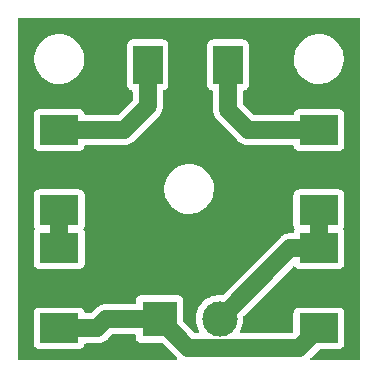
<source format=gtl>
G04 #@! TF.GenerationSoftware,KiCad,Pcbnew,6.0.9-8da3e8f707~116~ubuntu20.04.1*
G04 #@! TF.CreationDate,2023-03-26T14:22:57+00:00*
G04 #@! TF.ProjectId,LEC001021,4c454330-3031-4303-9231-2e6b69636164,rev?*
G04 #@! TF.SameCoordinates,Original*
G04 #@! TF.FileFunction,Copper,L1,Top*
G04 #@! TF.FilePolarity,Positive*
%FSLAX46Y46*%
G04 Gerber Fmt 4.6, Leading zero omitted, Abs format (unit mm)*
G04 Created by KiCad (PCBNEW 6.0.9-8da3e8f707~116~ubuntu20.04.1) date 2023-03-26 14:22:57*
%MOMM*%
%LPD*%
G01*
G04 APERTURE LIST*
G04 #@! TA.AperFunction,ComponentPad*
%ADD10R,3.000000X3.000000*%
G04 #@! TD*
G04 #@! TA.AperFunction,ComponentPad*
%ADD11C,3.000000*%
G04 #@! TD*
G04 #@! TA.AperFunction,SMDPad,CuDef*
%ADD12R,3.300000X2.500000*%
G04 #@! TD*
G04 #@! TA.AperFunction,SMDPad,CuDef*
%ADD13R,2.500000X3.300000*%
G04 #@! TD*
G04 #@! TA.AperFunction,Conductor*
%ADD14C,1.500000*%
G04 #@! TD*
G04 APERTURE END LIST*
D10*
G04 #@! TO.P,J1,1,Pin_1*
G04 #@! TO.N,Net-(D1-Pad1)*
X12500000Y-26000000D03*
D11*
G04 #@! TO.P,J1,2,Pin_2*
G04 #@! TO.N,Net-(D3-Pad1)*
X17580000Y-26000000D03*
G04 #@! TD*
D12*
G04 #@! TO.P,D1,1,K*
G04 #@! TO.N,Net-(D1-Pad1)*
X4000000Y-26800000D03*
G04 #@! TO.P,D1,2,A*
G04 #@! TO.N,Net-(D1-Pad2)*
X4000000Y-20000000D03*
G04 #@! TD*
G04 #@! TO.P,D2,1,K*
G04 #@! TO.N,Net-(D1-Pad2)*
X4000000Y-16800000D03*
G04 #@! TO.P,D2,2,A*
G04 #@! TO.N,Net-(D2-Pad2)*
X4000000Y-10000000D03*
G04 #@! TD*
D13*
G04 #@! TO.P,D4,1,K*
G04 #@! TO.N,Net-(D2-Pad2)*
X11500000Y-4500000D03*
G04 #@! TO.P,D4,2,A*
G04 #@! TO.N,Net-(D4-Pad2)*
X18300000Y-4500000D03*
G04 #@! TD*
D12*
G04 #@! TO.P,D5,1,K*
G04 #@! TO.N,Net-(D4-Pad2)*
X26000000Y-10000000D03*
G04 #@! TO.P,D5,2,A*
G04 #@! TO.N,Net-(D3-Pad1)*
X26000000Y-16800000D03*
G04 #@! TD*
G04 #@! TO.P,D3,1,K*
G04 #@! TO.N,Net-(D3-Pad1)*
X26000000Y-20000000D03*
G04 #@! TO.P,D3,2,A*
G04 #@! TO.N,Net-(D1-Pad1)*
X26000000Y-26800000D03*
G04 #@! TD*
D14*
G04 #@! TO.N,Net-(D1-Pad2)*
X4000000Y-16800000D02*
X4000000Y-20000000D01*
G04 #@! TO.N,Net-(D1-Pad1)*
X7200000Y-26800000D02*
X4000000Y-26800000D01*
X12500000Y-26000000D02*
X8000000Y-26000000D01*
X8000000Y-26000000D02*
X7200000Y-26800000D01*
X14950001Y-28450001D02*
X24349999Y-28450001D01*
X24349999Y-28450001D02*
X26000000Y-26800000D01*
X12500000Y-26000000D02*
X14950001Y-28450001D01*
G04 #@! TO.N,Net-(D2-Pad2)*
X9500000Y-10000000D02*
X11500000Y-8000000D01*
X4000000Y-10000000D02*
X9500000Y-10000000D01*
X11500000Y-8000000D02*
X11500000Y-4500000D01*
G04 #@! TO.N,Net-(D4-Pad2)*
X18300000Y-8300000D02*
X18300000Y-4500000D01*
X26000000Y-10000000D02*
X20000000Y-10000000D01*
X20000000Y-10000000D02*
X18300000Y-8300000D01*
G04 #@! TO.N,Net-(D3-Pad1)*
X17580000Y-26000000D02*
X23080000Y-20500000D01*
X26000000Y-20000000D02*
X23580000Y-20000000D01*
X23580000Y-20000000D02*
X23080000Y-20500000D01*
X26000000Y-16800000D02*
X26000000Y-20000000D01*
G04 #@! TD*
G04 #@! TA.AperFunction,NonConductor*
G36*
X29434121Y-528002D02*
G01*
X29480614Y-581658D01*
X29492000Y-634000D01*
X29492000Y-29366000D01*
X29471998Y-29434121D01*
X29418342Y-29480614D01*
X29366000Y-29492000D01*
X25391977Y-29492000D01*
X25323856Y-29471998D01*
X25277363Y-29418342D01*
X25267259Y-29348068D01*
X25296753Y-29283488D01*
X25302882Y-29276905D01*
X25984382Y-28595405D01*
X26046694Y-28561379D01*
X26073477Y-28558500D01*
X27698134Y-28558500D01*
X27760316Y-28551745D01*
X27896705Y-28500615D01*
X28013261Y-28413261D01*
X28100615Y-28296705D01*
X28151745Y-28160316D01*
X28158500Y-28098134D01*
X28158500Y-25501866D01*
X28151745Y-25439684D01*
X28100615Y-25303295D01*
X28013261Y-25186739D01*
X27896705Y-25099385D01*
X27760316Y-25048255D01*
X27698134Y-25041500D01*
X24301866Y-25041500D01*
X24239684Y-25048255D01*
X24103295Y-25099385D01*
X23986739Y-25186739D01*
X23899385Y-25303295D01*
X23848255Y-25439684D01*
X23841500Y-25501866D01*
X23841500Y-27065501D01*
X23821498Y-27133622D01*
X23767842Y-27180115D01*
X23715500Y-27191501D01*
X19430349Y-27191501D01*
X19362228Y-27171499D01*
X19315735Y-27117843D01*
X19305631Y-27047569D01*
X19319618Y-27005379D01*
X19408418Y-26841830D01*
X19408419Y-26841828D01*
X19410468Y-26838054D01*
X19507269Y-26581877D01*
X19568407Y-26314933D01*
X19572809Y-26265617D01*
X19592531Y-26044627D01*
X19592531Y-26044625D01*
X19592751Y-26042161D01*
X19593193Y-26000000D01*
X19582193Y-25838645D01*
X19597515Y-25769322D01*
X19618806Y-25740981D01*
X23781070Y-21578718D01*
X23843382Y-21544692D01*
X23914198Y-21549757D01*
X23970991Y-21592248D01*
X23986739Y-21613261D01*
X24103295Y-21700615D01*
X24239684Y-21751745D01*
X24301866Y-21758500D01*
X27698134Y-21758500D01*
X27760316Y-21751745D01*
X27896705Y-21700615D01*
X28013261Y-21613261D01*
X28100615Y-21496705D01*
X28151745Y-21360316D01*
X28158500Y-21298134D01*
X28158500Y-18701866D01*
X28151745Y-18639684D01*
X28100615Y-18503295D01*
X28079832Y-18475564D01*
X28054985Y-18409057D01*
X28070039Y-18339675D01*
X28079832Y-18324436D01*
X28095229Y-18303891D01*
X28100615Y-18296705D01*
X28151745Y-18160316D01*
X28158500Y-18098134D01*
X28158500Y-15501866D01*
X28151745Y-15439684D01*
X28100615Y-15303295D01*
X28013261Y-15186739D01*
X27896705Y-15099385D01*
X27760316Y-15048255D01*
X27698134Y-15041500D01*
X24301866Y-15041500D01*
X24239684Y-15048255D01*
X24103295Y-15099385D01*
X23986739Y-15186739D01*
X23899385Y-15303295D01*
X23848255Y-15439684D01*
X23841500Y-15501866D01*
X23841500Y-18098134D01*
X23848255Y-18160316D01*
X23899385Y-18296705D01*
X23904771Y-18303891D01*
X23920168Y-18324436D01*
X23945015Y-18390943D01*
X23929961Y-18460325D01*
X23920168Y-18475564D01*
X23899385Y-18503295D01*
X23896233Y-18511703D01*
X23851029Y-18632285D01*
X23848255Y-18639684D01*
X23847628Y-18645453D01*
X23812874Y-18706291D01*
X23749919Y-18739113D01*
X23725507Y-18741500D01*
X23671396Y-18741500D01*
X23654949Y-18740422D01*
X23654270Y-18740333D01*
X23632914Y-18737521D01*
X23627314Y-18737785D01*
X23627313Y-18737785D01*
X23551504Y-18741360D01*
X23545569Y-18741500D01*
X23523001Y-18741500D01*
X23520218Y-18741748D01*
X23520204Y-18741749D01*
X23497023Y-18743818D01*
X23491760Y-18744177D01*
X23462342Y-18745564D01*
X23408512Y-18748103D01*
X23391023Y-18752108D01*
X23374104Y-18754788D01*
X23369618Y-18755189D01*
X23356238Y-18756383D01*
X23350830Y-18757862D01*
X23350827Y-18757863D01*
X23275870Y-18778369D01*
X23270752Y-18779655D01*
X23213946Y-18792666D01*
X23189530Y-18798258D01*
X23173037Y-18805293D01*
X23156855Y-18810928D01*
X23144967Y-18814180D01*
X23144958Y-18814183D01*
X23139549Y-18815663D01*
X23134486Y-18818078D01*
X23134475Y-18818082D01*
X23064343Y-18851534D01*
X23059542Y-18853702D01*
X22982892Y-18886396D01*
X22978204Y-18889475D01*
X22978203Y-18889476D01*
X22967900Y-18896244D01*
X22952971Y-18904656D01*
X22936782Y-18912378D01*
X22932226Y-18915652D01*
X22932224Y-18915653D01*
X22869122Y-18960997D01*
X22864771Y-18963987D01*
X22798992Y-19007195D01*
X22798987Y-19007199D01*
X22795126Y-19009735D01*
X22791675Y-19012810D01*
X22774346Y-19028249D01*
X22764055Y-19036494D01*
X22758907Y-19040193D01*
X22758903Y-19040197D01*
X22754346Y-19043471D01*
X22750439Y-19047503D01*
X22679968Y-19120223D01*
X22678579Y-19121633D01*
X17842482Y-23957730D01*
X17780170Y-23991756D01*
X17735640Y-23993379D01*
X17731698Y-23992818D01*
X17731689Y-23992817D01*
X17727443Y-23992213D01*
X17583589Y-23991460D01*
X17457877Y-23990802D01*
X17457871Y-23990802D01*
X17453591Y-23990780D01*
X17449347Y-23991339D01*
X17449343Y-23991339D01*
X17330302Y-24007011D01*
X17182078Y-24026525D01*
X16917928Y-24098788D01*
X16913980Y-24100472D01*
X16669982Y-24204546D01*
X16669978Y-24204548D01*
X16666030Y-24206232D01*
X16599400Y-24246109D01*
X16434725Y-24344664D01*
X16434721Y-24344667D01*
X16431043Y-24346868D01*
X16217318Y-24518094D01*
X16214371Y-24521200D01*
X16060239Y-24683621D01*
X16028808Y-24716742D01*
X15869002Y-24939136D01*
X15740857Y-25181161D01*
X15739385Y-25185184D01*
X15739383Y-25185188D01*
X15696162Y-25303295D01*
X15646743Y-25438337D01*
X15588404Y-25705907D01*
X15566917Y-25978918D01*
X15582682Y-26252320D01*
X15583507Y-26256525D01*
X15583508Y-26256533D01*
X15594127Y-26310657D01*
X15635405Y-26521053D01*
X15636792Y-26525103D01*
X15636793Y-26525108D01*
X15657605Y-26585895D01*
X15724112Y-26780144D01*
X15726039Y-26783975D01*
X15839157Y-27008887D01*
X15851895Y-27078732D01*
X15824851Y-27144375D01*
X15766610Y-27184977D01*
X15726592Y-27191501D01*
X15523479Y-27191501D01*
X15455358Y-27171499D01*
X15434384Y-27154596D01*
X14545405Y-26265617D01*
X14511379Y-26203305D01*
X14508500Y-26176522D01*
X14508500Y-24451866D01*
X14501745Y-24389684D01*
X14450615Y-24253295D01*
X14363261Y-24136739D01*
X14246705Y-24049385D01*
X14110316Y-23998255D01*
X14048134Y-23991500D01*
X10951866Y-23991500D01*
X10889684Y-23998255D01*
X10753295Y-24049385D01*
X10636739Y-24136739D01*
X10549385Y-24253295D01*
X10498255Y-24389684D01*
X10491500Y-24451866D01*
X10491500Y-24615500D01*
X10471498Y-24683621D01*
X10417842Y-24730114D01*
X10365500Y-24741500D01*
X8091396Y-24741500D01*
X8074949Y-24740422D01*
X8074270Y-24740333D01*
X8052914Y-24737521D01*
X8047314Y-24737785D01*
X8047313Y-24737785D01*
X7971504Y-24741360D01*
X7965569Y-24741500D01*
X7943001Y-24741500D01*
X7940218Y-24741748D01*
X7940204Y-24741749D01*
X7917023Y-24743818D01*
X7911760Y-24744177D01*
X7882342Y-24745564D01*
X7828512Y-24748103D01*
X7811023Y-24752108D01*
X7794104Y-24754788D01*
X7789618Y-24755189D01*
X7776238Y-24756383D01*
X7770830Y-24757862D01*
X7770827Y-24757863D01*
X7695870Y-24778369D01*
X7690752Y-24779655D01*
X7615000Y-24797005D01*
X7614998Y-24797006D01*
X7609530Y-24798258D01*
X7599030Y-24802737D01*
X7593033Y-24805294D01*
X7576858Y-24810927D01*
X7570806Y-24812583D01*
X7559549Y-24815663D01*
X7554494Y-24818074D01*
X7554489Y-24818076D01*
X7484317Y-24851546D01*
X7479508Y-24853717D01*
X7408053Y-24884195D01*
X7408047Y-24884198D01*
X7402892Y-24886397D01*
X7387902Y-24896244D01*
X7372974Y-24904655D01*
X7356782Y-24912378D01*
X7352229Y-24915650D01*
X7352225Y-24915652D01*
X7289103Y-24961010D01*
X7284753Y-24963999D01*
X7215126Y-25009735D01*
X7194338Y-25028257D01*
X7184061Y-25036490D01*
X7174346Y-25043471D01*
X7170444Y-25047498D01*
X7099970Y-25120221D01*
X7098581Y-25121632D01*
X6715616Y-25504596D01*
X6653304Y-25538621D01*
X6626521Y-25541500D01*
X6274493Y-25541500D01*
X6206372Y-25521498D01*
X6159879Y-25467842D01*
X6152457Y-25446237D01*
X6151745Y-25439684D01*
X6148972Y-25432285D01*
X6103767Y-25311703D01*
X6100615Y-25303295D01*
X6013261Y-25186739D01*
X5896705Y-25099385D01*
X5760316Y-25048255D01*
X5698134Y-25041500D01*
X2301866Y-25041500D01*
X2239684Y-25048255D01*
X2103295Y-25099385D01*
X1986739Y-25186739D01*
X1899385Y-25303295D01*
X1848255Y-25439684D01*
X1841500Y-25501866D01*
X1841500Y-28098134D01*
X1848255Y-28160316D01*
X1899385Y-28296705D01*
X1986739Y-28413261D01*
X2103295Y-28500615D01*
X2239684Y-28551745D01*
X2301866Y-28558500D01*
X5698134Y-28558500D01*
X5760316Y-28551745D01*
X5896705Y-28500615D01*
X6013261Y-28413261D01*
X6100615Y-28296705D01*
X6106120Y-28282022D01*
X6148972Y-28167714D01*
X6148973Y-28167711D01*
X6151745Y-28160316D01*
X6152372Y-28154547D01*
X6187126Y-28093709D01*
X6250081Y-28060887D01*
X6274493Y-28058500D01*
X7108604Y-28058500D01*
X7125051Y-28059578D01*
X7141516Y-28061746D01*
X7141520Y-28061746D01*
X7147086Y-28062479D01*
X7228489Y-28058640D01*
X7234424Y-28058500D01*
X7256999Y-28058500D01*
X7282989Y-28056181D01*
X7288248Y-28055822D01*
X7371488Y-28051896D01*
X7376947Y-28050646D01*
X7376952Y-28050645D01*
X7388970Y-28047892D01*
X7405899Y-28045211D01*
X7423762Y-28043617D01*
X7429178Y-28042135D01*
X7429180Y-28042135D01*
X7504133Y-28021630D01*
X7509251Y-28020344D01*
X7585000Y-28002995D01*
X7585002Y-28002994D01*
X7590470Y-28001742D01*
X7600970Y-27997263D01*
X7606967Y-27994706D01*
X7623142Y-27989073D01*
X7635039Y-27985818D01*
X7635043Y-27985817D01*
X7640451Y-27984337D01*
X7673192Y-27968720D01*
X7715667Y-27948461D01*
X7720476Y-27946290D01*
X7791949Y-27915804D01*
X7791950Y-27915804D01*
X7797109Y-27913603D01*
X7812110Y-27903749D01*
X7827025Y-27895346D01*
X7843218Y-27887622D01*
X7847769Y-27884352D01*
X7847772Y-27884350D01*
X7910881Y-27839001D01*
X7915232Y-27836011D01*
X7981010Y-27792804D01*
X7981018Y-27792798D01*
X7984874Y-27790265D01*
X8005662Y-27771743D01*
X8015939Y-27763510D01*
X8025654Y-27756529D01*
X8100063Y-27679745D01*
X8101452Y-27678335D01*
X8484382Y-27295405D01*
X8546694Y-27261379D01*
X8573477Y-27258500D01*
X10365500Y-27258500D01*
X10433621Y-27278502D01*
X10480114Y-27332158D01*
X10491500Y-27384500D01*
X10491500Y-27548134D01*
X10498255Y-27610316D01*
X10549385Y-27746705D01*
X10636739Y-27863261D01*
X10753295Y-27950615D01*
X10889684Y-28001745D01*
X10951866Y-28008500D01*
X12676523Y-28008500D01*
X12744644Y-28028502D01*
X12765618Y-28045405D01*
X13995476Y-29275264D01*
X14006349Y-29287662D01*
X14007608Y-29289303D01*
X14033204Y-29355525D01*
X14018934Y-29425073D01*
X13969329Y-29475865D01*
X13907640Y-29492000D01*
X634000Y-29492000D01*
X565879Y-29471998D01*
X519386Y-29418342D01*
X508000Y-29366000D01*
X508000Y-21298134D01*
X1841500Y-21298134D01*
X1848255Y-21360316D01*
X1899385Y-21496705D01*
X1986739Y-21613261D01*
X2103295Y-21700615D01*
X2239684Y-21751745D01*
X2301866Y-21758500D01*
X5698134Y-21758500D01*
X5760316Y-21751745D01*
X5896705Y-21700615D01*
X6013261Y-21613261D01*
X6100615Y-21496705D01*
X6151745Y-21360316D01*
X6158500Y-21298134D01*
X6158500Y-18701866D01*
X6151745Y-18639684D01*
X6100615Y-18503295D01*
X6079832Y-18475564D01*
X6054985Y-18409057D01*
X6070039Y-18339675D01*
X6079832Y-18324436D01*
X6095229Y-18303891D01*
X6100615Y-18296705D01*
X6151745Y-18160316D01*
X6158500Y-18098134D01*
X6158500Y-15501866D01*
X6151745Y-15439684D01*
X6100615Y-15303295D01*
X6013261Y-15186739D01*
X5941161Y-15132703D01*
X12890743Y-15132703D01*
X12891302Y-15136947D01*
X12891302Y-15136951D01*
X12897857Y-15186739D01*
X12928268Y-15417734D01*
X13004129Y-15695036D01*
X13116923Y-15959476D01*
X13264561Y-16206161D01*
X13444313Y-16430528D01*
X13652851Y-16628423D01*
X13886317Y-16796186D01*
X13890112Y-16798195D01*
X13890113Y-16798196D01*
X13911869Y-16809715D01*
X14140392Y-16930712D01*
X14410373Y-17029511D01*
X14691264Y-17090755D01*
X14719841Y-17093004D01*
X14914282Y-17108307D01*
X14914291Y-17108307D01*
X14916739Y-17108500D01*
X15072271Y-17108500D01*
X15074407Y-17108354D01*
X15074418Y-17108354D01*
X15282548Y-17094165D01*
X15282554Y-17094164D01*
X15286825Y-17093873D01*
X15291020Y-17093004D01*
X15291022Y-17093004D01*
X15427584Y-17064723D01*
X15568342Y-17035574D01*
X15839343Y-16939607D01*
X16094812Y-16807750D01*
X16098313Y-16805289D01*
X16098317Y-16805287D01*
X16212418Y-16725095D01*
X16330023Y-16642441D01*
X16540622Y-16446740D01*
X16722713Y-16224268D01*
X16872927Y-15979142D01*
X16988483Y-15715898D01*
X17067244Y-15439406D01*
X17107751Y-15154784D01*
X17107845Y-15136951D01*
X17109235Y-14871583D01*
X17109235Y-14871576D01*
X17109257Y-14867297D01*
X17071732Y-14582266D01*
X16995871Y-14304964D01*
X16883077Y-14040524D01*
X16735439Y-13793839D01*
X16555687Y-13569472D01*
X16347149Y-13371577D01*
X16113683Y-13203814D01*
X16091843Y-13192250D01*
X16068654Y-13179972D01*
X15859608Y-13069288D01*
X15589627Y-12970489D01*
X15308736Y-12909245D01*
X15277685Y-12906801D01*
X15085718Y-12891693D01*
X15085709Y-12891693D01*
X15083261Y-12891500D01*
X14927729Y-12891500D01*
X14925593Y-12891646D01*
X14925582Y-12891646D01*
X14717452Y-12905835D01*
X14717446Y-12905836D01*
X14713175Y-12906127D01*
X14708980Y-12906996D01*
X14708978Y-12906996D01*
X14572417Y-12935276D01*
X14431658Y-12964426D01*
X14160657Y-13060393D01*
X13905188Y-13192250D01*
X13901687Y-13194711D01*
X13901683Y-13194713D01*
X13891594Y-13201804D01*
X13669977Y-13357559D01*
X13459378Y-13553260D01*
X13277287Y-13775732D01*
X13127073Y-14020858D01*
X13011517Y-14284102D01*
X12932756Y-14560594D01*
X12892249Y-14845216D01*
X12892227Y-14849505D01*
X12892226Y-14849512D01*
X12890889Y-15104771D01*
X12890743Y-15132703D01*
X5941161Y-15132703D01*
X5896705Y-15099385D01*
X5760316Y-15048255D01*
X5698134Y-15041500D01*
X2301866Y-15041500D01*
X2239684Y-15048255D01*
X2103295Y-15099385D01*
X1986739Y-15186739D01*
X1899385Y-15303295D01*
X1848255Y-15439684D01*
X1841500Y-15501866D01*
X1841500Y-18098134D01*
X1848255Y-18160316D01*
X1899385Y-18296705D01*
X1904771Y-18303891D01*
X1920168Y-18324436D01*
X1945015Y-18390943D01*
X1929961Y-18460325D01*
X1920168Y-18475564D01*
X1899385Y-18503295D01*
X1848255Y-18639684D01*
X1841500Y-18701866D01*
X1841500Y-21298134D01*
X508000Y-21298134D01*
X508000Y-11298134D01*
X1841500Y-11298134D01*
X1848255Y-11360316D01*
X1899385Y-11496705D01*
X1986739Y-11613261D01*
X2103295Y-11700615D01*
X2239684Y-11751745D01*
X2301866Y-11758500D01*
X5698134Y-11758500D01*
X5760316Y-11751745D01*
X5896705Y-11700615D01*
X6013261Y-11613261D01*
X6100615Y-11496705D01*
X6106120Y-11482022D01*
X6148972Y-11367714D01*
X6148973Y-11367711D01*
X6151745Y-11360316D01*
X6152372Y-11354547D01*
X6187126Y-11293709D01*
X6250081Y-11260887D01*
X6274493Y-11258500D01*
X9408604Y-11258500D01*
X9425051Y-11259578D01*
X9441516Y-11261746D01*
X9441520Y-11261746D01*
X9447086Y-11262479D01*
X9528489Y-11258640D01*
X9534424Y-11258500D01*
X9556999Y-11258500D01*
X9582989Y-11256181D01*
X9588248Y-11255822D01*
X9671488Y-11251896D01*
X9676947Y-11250646D01*
X9676952Y-11250645D01*
X9688970Y-11247892D01*
X9705899Y-11245211D01*
X9723762Y-11243617D01*
X9729178Y-11242135D01*
X9729180Y-11242135D01*
X9804133Y-11221630D01*
X9809251Y-11220344D01*
X9885000Y-11202995D01*
X9885002Y-11202994D01*
X9890470Y-11201742D01*
X9900970Y-11197263D01*
X9906967Y-11194706D01*
X9923142Y-11189073D01*
X9935039Y-11185818D01*
X9935043Y-11185817D01*
X9940451Y-11184337D01*
X10010826Y-11150770D01*
X10015667Y-11148461D01*
X10020476Y-11146290D01*
X10091949Y-11115804D01*
X10091950Y-11115804D01*
X10097109Y-11113603D01*
X10112110Y-11103749D01*
X10127025Y-11095346D01*
X10143218Y-11087622D01*
X10147769Y-11084352D01*
X10147772Y-11084350D01*
X10180996Y-11060476D01*
X10210892Y-11038994D01*
X10215232Y-11036011D01*
X10281010Y-10992804D01*
X10281018Y-10992798D01*
X10284874Y-10990265D01*
X10305662Y-10971743D01*
X10315939Y-10963510D01*
X10325654Y-10956529D01*
X10400062Y-10879746D01*
X10401451Y-10878336D01*
X12325263Y-8954525D01*
X12337654Y-8943657D01*
X12350848Y-8933533D01*
X12355292Y-8930123D01*
X12410158Y-8869826D01*
X12414257Y-8865531D01*
X12430198Y-8849590D01*
X12431995Y-8847441D01*
X12446932Y-8829577D01*
X12450400Y-8825602D01*
X12502712Y-8768112D01*
X12502719Y-8768103D01*
X12506485Y-8763964D01*
X12516014Y-8748773D01*
X12526089Y-8734907D01*
X12533996Y-8725451D01*
X12534003Y-8725441D01*
X12537594Y-8721146D01*
X12578887Y-8648752D01*
X12581592Y-8644232D01*
X12589087Y-8632285D01*
X12625864Y-8573656D01*
X12632552Y-8557021D01*
X12640012Y-8541589D01*
X12646120Y-8530881D01*
X12646124Y-8530872D01*
X12648899Y-8526007D01*
X12650768Y-8520730D01*
X12650770Y-8520725D01*
X12676715Y-8447458D01*
X12678580Y-8442522D01*
X12707566Y-8370416D01*
X12709656Y-8365217D01*
X12713294Y-8347650D01*
X12717899Y-8331156D01*
X12723889Y-8314241D01*
X12737359Y-8231990D01*
X12738319Y-8226811D01*
X12738684Y-8225051D01*
X12755213Y-8145233D01*
X12756815Y-8117452D01*
X12758262Y-8104347D01*
X12759286Y-8098090D01*
X12759286Y-8098086D01*
X12760194Y-8092543D01*
X12758516Y-7985736D01*
X12758500Y-7983757D01*
X12758500Y-6774493D01*
X12778502Y-6706372D01*
X12832158Y-6659879D01*
X12853763Y-6652457D01*
X12860316Y-6651745D01*
X12867711Y-6648973D01*
X12867714Y-6648972D01*
X12988297Y-6603767D01*
X12996705Y-6600615D01*
X13113261Y-6513261D01*
X13200615Y-6396705D01*
X13251745Y-6260316D01*
X13258500Y-6198134D01*
X16541500Y-6198134D01*
X16548255Y-6260316D01*
X16599385Y-6396705D01*
X16686739Y-6513261D01*
X16803295Y-6600615D01*
X16811703Y-6603767D01*
X16932286Y-6648972D01*
X16932289Y-6648973D01*
X16939684Y-6651745D01*
X16945453Y-6652372D01*
X17006291Y-6687126D01*
X17039113Y-6750081D01*
X17041500Y-6774493D01*
X17041500Y-8208604D01*
X17040422Y-8225051D01*
X17037521Y-8247086D01*
X17040427Y-8308702D01*
X17041360Y-8328488D01*
X17041500Y-8334424D01*
X17041500Y-8356999D01*
X17042697Y-8370416D01*
X17043819Y-8382988D01*
X17044178Y-8388248D01*
X17048104Y-8471488D01*
X17049354Y-8476947D01*
X17049355Y-8476952D01*
X17052108Y-8488970D01*
X17054789Y-8505899D01*
X17056383Y-8523762D01*
X17057865Y-8529178D01*
X17057865Y-8529180D01*
X17078370Y-8604133D01*
X17079656Y-8609251D01*
X17088426Y-8647540D01*
X17098258Y-8690470D01*
X17100460Y-8695632D01*
X17105294Y-8706967D01*
X17110927Y-8723142D01*
X17115663Y-8740451D01*
X17118079Y-8745516D01*
X17151539Y-8815667D01*
X17153710Y-8820476D01*
X17157592Y-8829577D01*
X17186397Y-8897109D01*
X17196251Y-8912110D01*
X17204654Y-8927025D01*
X17212378Y-8943218D01*
X17215648Y-8947769D01*
X17215650Y-8947772D01*
X17260999Y-9010881D01*
X17263989Y-9015232D01*
X17307196Y-9081010D01*
X17307202Y-9081018D01*
X17309735Y-9084874D01*
X17328257Y-9105662D01*
X17336490Y-9115939D01*
X17343471Y-9125654D01*
X17347498Y-9129556D01*
X17420254Y-9200062D01*
X17421664Y-9201451D01*
X19045475Y-10825263D01*
X19056342Y-10837653D01*
X19069877Y-10855292D01*
X19096752Y-10879746D01*
X19130174Y-10910158D01*
X19134469Y-10914257D01*
X19150410Y-10930198D01*
X19152557Y-10931993D01*
X19152559Y-10931995D01*
X19170423Y-10946932D01*
X19174398Y-10950400D01*
X19231888Y-11002712D01*
X19231897Y-11002719D01*
X19236036Y-11006485D01*
X19240782Y-11009462D01*
X19240783Y-11009463D01*
X19251225Y-11016013D01*
X19265093Y-11026089D01*
X19274549Y-11033996D01*
X19274559Y-11034003D01*
X19278854Y-11037594D01*
X19351240Y-11078882D01*
X19355759Y-11081587D01*
X19369227Y-11090035D01*
X19421596Y-11122886D01*
X19421599Y-11122888D01*
X19426344Y-11125864D01*
X19431549Y-11127957D01*
X19431552Y-11127958D01*
X19442979Y-11132552D01*
X19458411Y-11140012D01*
X19469119Y-11146120D01*
X19469128Y-11146124D01*
X19473993Y-11148899D01*
X19479270Y-11150768D01*
X19479275Y-11150770D01*
X19552542Y-11176715D01*
X19557478Y-11178580D01*
X19583581Y-11189073D01*
X19634783Y-11209656D01*
X19640270Y-11210792D01*
X19640272Y-11210793D01*
X19652349Y-11213294D01*
X19668844Y-11217899D01*
X19685759Y-11223889D01*
X19768010Y-11237359D01*
X19773180Y-11238317D01*
X19801181Y-11244116D01*
X19838750Y-11251896D01*
X19854767Y-11255213D01*
X19859379Y-11255479D01*
X19859380Y-11255479D01*
X19882548Y-11256815D01*
X19895653Y-11258262D01*
X19901910Y-11259286D01*
X19901914Y-11259286D01*
X19907457Y-11260194D01*
X19913070Y-11260106D01*
X19913072Y-11260106D01*
X20014264Y-11258516D01*
X20016243Y-11258500D01*
X23725507Y-11258500D01*
X23793628Y-11278502D01*
X23840121Y-11332158D01*
X23847543Y-11353763D01*
X23848255Y-11360316D01*
X23851027Y-11367711D01*
X23851028Y-11367714D01*
X23893880Y-11482022D01*
X23899385Y-11496705D01*
X23986739Y-11613261D01*
X24103295Y-11700615D01*
X24239684Y-11751745D01*
X24301866Y-11758500D01*
X27698134Y-11758500D01*
X27760316Y-11751745D01*
X27896705Y-11700615D01*
X28013261Y-11613261D01*
X28100615Y-11496705D01*
X28151745Y-11360316D01*
X28158500Y-11298134D01*
X28158500Y-8701866D01*
X28151745Y-8639684D01*
X28100615Y-8503295D01*
X28013261Y-8386739D01*
X27896705Y-8299385D01*
X27760316Y-8248255D01*
X27698134Y-8241500D01*
X24301866Y-8241500D01*
X24239684Y-8248255D01*
X24103295Y-8299385D01*
X23986739Y-8386739D01*
X23899385Y-8503295D01*
X23896233Y-8511703D01*
X23851029Y-8632285D01*
X23848255Y-8639684D01*
X23847628Y-8645453D01*
X23812874Y-8706291D01*
X23749919Y-8739113D01*
X23725507Y-8741500D01*
X20573478Y-8741500D01*
X20505357Y-8721498D01*
X20484382Y-8704595D01*
X19595404Y-7815616D01*
X19561379Y-7753304D01*
X19558500Y-7726521D01*
X19558500Y-6774493D01*
X19578502Y-6706372D01*
X19632158Y-6659879D01*
X19653763Y-6652457D01*
X19660316Y-6651745D01*
X19667711Y-6648973D01*
X19667714Y-6648972D01*
X19788297Y-6603767D01*
X19796705Y-6600615D01*
X19913261Y-6513261D01*
X20000615Y-6396705D01*
X20051745Y-6260316D01*
X20058500Y-6198134D01*
X20058500Y-4132703D01*
X23890743Y-4132703D01*
X23928268Y-4417734D01*
X24004129Y-4695036D01*
X24116923Y-4959476D01*
X24264561Y-5206161D01*
X24444313Y-5430528D01*
X24652851Y-5628423D01*
X24886317Y-5796186D01*
X24890112Y-5798195D01*
X24890113Y-5798196D01*
X24911869Y-5809715D01*
X25140392Y-5930712D01*
X25410373Y-6029511D01*
X25691264Y-6090755D01*
X25719841Y-6093004D01*
X25914282Y-6108307D01*
X25914291Y-6108307D01*
X25916739Y-6108500D01*
X26072271Y-6108500D01*
X26074407Y-6108354D01*
X26074418Y-6108354D01*
X26282548Y-6094165D01*
X26282554Y-6094164D01*
X26286825Y-6093873D01*
X26291020Y-6093004D01*
X26291022Y-6093004D01*
X26427584Y-6064723D01*
X26568342Y-6035574D01*
X26839343Y-5939607D01*
X27094812Y-5807750D01*
X27098313Y-5805289D01*
X27098317Y-5805287D01*
X27212417Y-5725096D01*
X27330023Y-5642441D01*
X27540622Y-5446740D01*
X27722713Y-5224268D01*
X27872927Y-4979142D01*
X27988483Y-4715898D01*
X28067244Y-4439406D01*
X28107751Y-4154784D01*
X28107845Y-4136951D01*
X28109235Y-3871583D01*
X28109235Y-3871576D01*
X28109257Y-3867297D01*
X28071732Y-3582266D01*
X27995871Y-3304964D01*
X27883077Y-3040524D01*
X27735439Y-2793839D01*
X27555687Y-2569472D01*
X27347149Y-2371577D01*
X27113683Y-2203814D01*
X27091843Y-2192250D01*
X27068654Y-2179972D01*
X26859608Y-2069288D01*
X26589627Y-1970489D01*
X26308736Y-1909245D01*
X26277685Y-1906801D01*
X26085718Y-1891693D01*
X26085709Y-1891693D01*
X26083261Y-1891500D01*
X25927729Y-1891500D01*
X25925593Y-1891646D01*
X25925582Y-1891646D01*
X25717452Y-1905835D01*
X25717446Y-1905836D01*
X25713175Y-1906127D01*
X25708980Y-1906996D01*
X25708978Y-1906996D01*
X25572416Y-1935277D01*
X25431658Y-1964426D01*
X25160657Y-2060393D01*
X24905188Y-2192250D01*
X24901687Y-2194711D01*
X24901683Y-2194713D01*
X24891594Y-2201804D01*
X24669977Y-2357559D01*
X24654892Y-2371577D01*
X24536754Y-2481358D01*
X24459378Y-2553260D01*
X24277287Y-2775732D01*
X24127073Y-3020858D01*
X24011517Y-3284102D01*
X23932756Y-3560594D01*
X23892249Y-3845216D01*
X23892227Y-3849505D01*
X23892226Y-3849512D01*
X23890765Y-4128417D01*
X23890743Y-4132703D01*
X20058500Y-4132703D01*
X20058500Y-2801866D01*
X20051745Y-2739684D01*
X20000615Y-2603295D01*
X19913261Y-2486739D01*
X19796705Y-2399385D01*
X19660316Y-2348255D01*
X19598134Y-2341500D01*
X17001866Y-2341500D01*
X16939684Y-2348255D01*
X16803295Y-2399385D01*
X16686739Y-2486739D01*
X16599385Y-2603295D01*
X16548255Y-2739684D01*
X16541500Y-2801866D01*
X16541500Y-6198134D01*
X13258500Y-6198134D01*
X13258500Y-2801866D01*
X13251745Y-2739684D01*
X13200615Y-2603295D01*
X13113261Y-2486739D01*
X12996705Y-2399385D01*
X12860316Y-2348255D01*
X12798134Y-2341500D01*
X10201866Y-2341500D01*
X10139684Y-2348255D01*
X10003295Y-2399385D01*
X9886739Y-2486739D01*
X9799385Y-2603295D01*
X9748255Y-2739684D01*
X9741500Y-2801866D01*
X9741500Y-6198134D01*
X9748255Y-6260316D01*
X9799385Y-6396705D01*
X9886739Y-6513261D01*
X10003295Y-6600615D01*
X10011703Y-6603767D01*
X10132286Y-6648972D01*
X10132289Y-6648973D01*
X10139684Y-6651745D01*
X10145453Y-6652372D01*
X10206291Y-6687126D01*
X10239113Y-6750081D01*
X10241500Y-6774493D01*
X10241500Y-7426523D01*
X10221498Y-7494644D01*
X10204595Y-7515618D01*
X9015617Y-8704595D01*
X8953305Y-8738621D01*
X8926522Y-8741500D01*
X6274493Y-8741500D01*
X6206372Y-8721498D01*
X6159879Y-8667842D01*
X6152457Y-8646237D01*
X6151745Y-8639684D01*
X6148972Y-8632285D01*
X6103767Y-8511703D01*
X6100615Y-8503295D01*
X6013261Y-8386739D01*
X5896705Y-8299385D01*
X5760316Y-8248255D01*
X5698134Y-8241500D01*
X2301866Y-8241500D01*
X2239684Y-8248255D01*
X2103295Y-8299385D01*
X1986739Y-8386739D01*
X1899385Y-8503295D01*
X1848255Y-8639684D01*
X1841500Y-8701866D01*
X1841500Y-11298134D01*
X508000Y-11298134D01*
X508000Y-4132703D01*
X1890743Y-4132703D01*
X1928268Y-4417734D01*
X2004129Y-4695036D01*
X2116923Y-4959476D01*
X2264561Y-5206161D01*
X2444313Y-5430528D01*
X2652851Y-5628423D01*
X2886317Y-5796186D01*
X2890112Y-5798195D01*
X2890113Y-5798196D01*
X2911869Y-5809715D01*
X3140392Y-5930712D01*
X3410373Y-6029511D01*
X3691264Y-6090755D01*
X3719841Y-6093004D01*
X3914282Y-6108307D01*
X3914291Y-6108307D01*
X3916739Y-6108500D01*
X4072271Y-6108500D01*
X4074407Y-6108354D01*
X4074418Y-6108354D01*
X4282548Y-6094165D01*
X4282554Y-6094164D01*
X4286825Y-6093873D01*
X4291020Y-6093004D01*
X4291022Y-6093004D01*
X4427584Y-6064723D01*
X4568342Y-6035574D01*
X4839343Y-5939607D01*
X5094812Y-5807750D01*
X5098313Y-5805289D01*
X5098317Y-5805287D01*
X5212417Y-5725096D01*
X5330023Y-5642441D01*
X5540622Y-5446740D01*
X5722713Y-5224268D01*
X5872927Y-4979142D01*
X5988483Y-4715898D01*
X6067244Y-4439406D01*
X6107751Y-4154784D01*
X6107845Y-4136951D01*
X6109235Y-3871583D01*
X6109235Y-3871576D01*
X6109257Y-3867297D01*
X6071732Y-3582266D01*
X5995871Y-3304964D01*
X5883077Y-3040524D01*
X5735439Y-2793839D01*
X5555687Y-2569472D01*
X5347149Y-2371577D01*
X5113683Y-2203814D01*
X5091843Y-2192250D01*
X5068654Y-2179972D01*
X4859608Y-2069288D01*
X4589627Y-1970489D01*
X4308736Y-1909245D01*
X4277685Y-1906801D01*
X4085718Y-1891693D01*
X4085709Y-1891693D01*
X4083261Y-1891500D01*
X3927729Y-1891500D01*
X3925593Y-1891646D01*
X3925582Y-1891646D01*
X3717452Y-1905835D01*
X3717446Y-1905836D01*
X3713175Y-1906127D01*
X3708980Y-1906996D01*
X3708978Y-1906996D01*
X3572416Y-1935277D01*
X3431658Y-1964426D01*
X3160657Y-2060393D01*
X2905188Y-2192250D01*
X2901687Y-2194711D01*
X2901683Y-2194713D01*
X2891594Y-2201804D01*
X2669977Y-2357559D01*
X2654892Y-2371577D01*
X2536754Y-2481358D01*
X2459378Y-2553260D01*
X2277287Y-2775732D01*
X2127073Y-3020858D01*
X2011517Y-3284102D01*
X1932756Y-3560594D01*
X1892249Y-3845216D01*
X1892227Y-3849505D01*
X1892226Y-3849512D01*
X1890765Y-4128417D01*
X1890743Y-4132703D01*
X508000Y-4132703D01*
X508000Y-634000D01*
X528002Y-565879D01*
X581658Y-519386D01*
X634000Y-508000D01*
X29366000Y-508000D01*
X29434121Y-528002D01*
G37*
G04 #@! TD.AperFunction*
M02*

</source>
